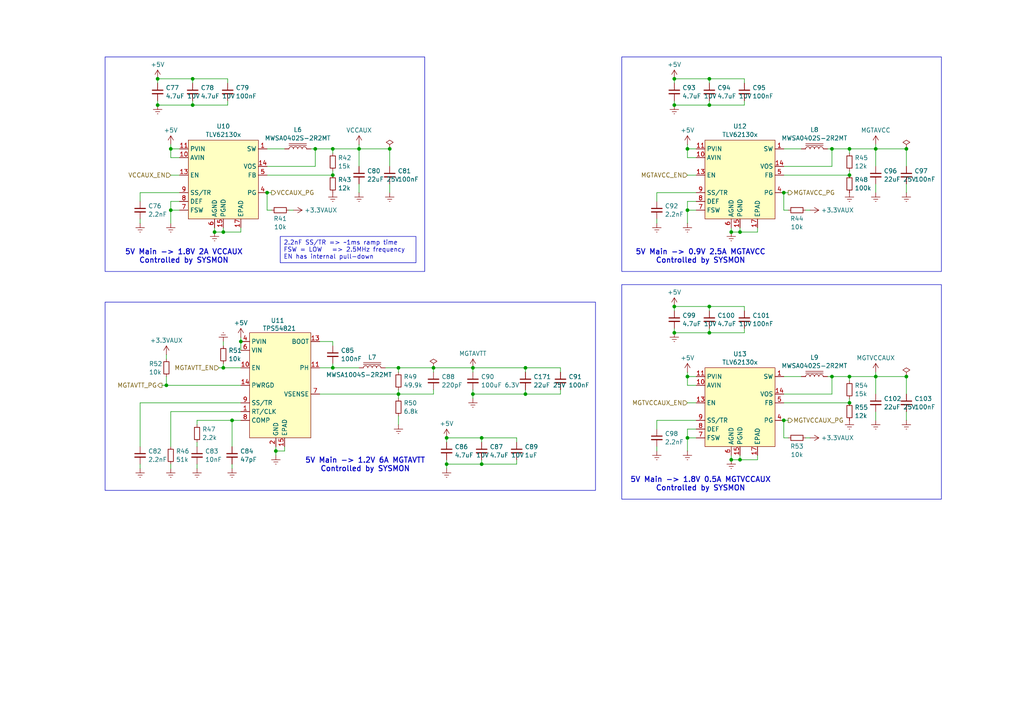
<source format=kicad_sch>
(kicad_sch (version 20231120) (generator "eeschema") (generator_version "8.0")
  (paper "A4")
  (title_block (title "Power FPGA (VCCAUX & GTY)"))
  (lib_symbols
    (symbol "CHIPSAlliance_Power:Earth" (power) (pin_names (offset 0))
      (symbol "Earth_0_1"
        (polyline (pts (xy -0.635 -1.905) (xy 0.635 -1.905)))
        (polyline (pts (xy -0.127 -2.54) (xy 0.127 -2.54)))
        (polyline (pts (xy 0 -1.27) (xy 0 0)))
        (polyline (pts (xy 1.27 -1.27) (xy -1.27 -1.27)))
      )
      (symbol "Earth_1_1"
        (pin power_in line (at 0 0 270) (length 0) hide (name "Earth") (number "1"))
      )
    )
    (symbol "CHIPSAlliance_Power:PWR_FLAG" (power) (pin_numbers hide) (pin_names (offset 0) hide)
      (property "Value" "PWR_FLAG" (at 0 3.81 0))
      (symbol "PWR_FLAG_0_0"
        (pin power_out line (at 0 0 90) (length 0) (name "pwr") (number "1"))
      )
      (symbol "PWR_FLAG_0_1"
        (polyline (pts (xy 0 0) (xy 0 1.27) (xy -1.016 1.905) (xy 0 2.54) (xy 1.016 1.905) (xy 0 1.27)))
      )
    )
    (symbol "CHIPSAlliance_Regulator_Switching:TLV62130x"
      (property "Reference" "U" (at 0 13.97 0))
      (property "Value" "TLV62130x" (at 0 11.43 0))
      (symbol "TLV62130x_0_0"
        (pin output line (at 12.7 7.62 180) (length 2.54) (name "SW") (number "1"))
        (pin power_in line (at -12.7 5.08 0) (length 2.54) (name "AVIN") (number "10"))
        (pin power_in line (at -12.7 7.62 0) (length 2.54) (name "PVIN") (number "11"))
        (pin passive line (at -12.7 7.62 0) (length 2.54) hide (name "PVIN") (number "12"))
        (pin input line (at -12.7 0 0) (length 2.54) (name "EN") (number "13"))
        (pin input line (at 12.7 2.54 180) (length 2.54) (name "VOS") (number "14"))
        (pin power_in line (at 0 -15.24 90) (length 2.54) (name "PGND") (number "15"))
        (pin passive line (at 0 -15.24 90) (length 2.54) hide (name "PGND") (number "16"))
        (pin power_in line (at 5.08 -15.24 90) (length 2.54) (name "EPAD") (number "17"))
        (pin passive line (at 12.7 7.62 180) (length 2.54) hide (name "SW") (number "2"))
        (pin passive line (at 12.7 7.62 180) (length 2.54) hide (name "SW") (number "3"))
        (pin open_collector line (at 12.7 -5.08 180) (length 2.54) (name "PG") (number "4"))
        (pin input line (at 12.7 0 180) (length 2.54) (name "FB") (number "5"))
        (pin power_in line (at -2.54 -15.24 90) (length 2.54) (name "AGND") (number "6"))
        (pin input line (at -12.7 -10.16 0) (length 2.54) (name "FSW") (number "7"))
        (pin input line (at -12.7 -7.62 0) (length 2.54) (name "DEF") (number "8"))
        (pin input line (at -12.7 -5.08 0) (length 2.54) (name "SS/TR") (number "9"))
      )
      (symbol "TLV62130x_1_1"
        (rectangle (start -10.16 10.16) (end 10.16 -12.7) (fill (type background)))
      )
    )
    (symbol "CHIPSAlliance_Regulator_Switching:TPS54821"
      (property "Reference" "U" (at -5.08 16.51 0))
      (property "Value" "TPS54821" (at 5.715 16.51 0))
      (symbol "TPS54821_0_0"
        (pin passive line (at -10.16 -7.62 0) (length 2.54) (name "RT/CLK") (number "1"))
        (pin input line (at -10.16 5.08 0) (length 2.54) (name "EN") (number "10"))
        (pin power_out line (at 12.7 5.08 180) (length 2.54) (name "PH") (number "11"))
        (pin passive line (at 12.7 12.7 180) (length 2.54) (name "BOOT") (number "13"))
        (pin open_collector line (at -10.16 0 0) (length 2.54) (name "PWRGD") (number "14"))
        (pin power_in line (at 2.54 -17.78 90) (length 2.54) (name "EPAD") (number "15"))
        (pin power_in line (at 0 -17.78 90) (length 2.54) (name "GND") (number "2"))
        (pin power_in line (at -10.16 12.7 0) (length 2.54) (name "PVIN") (number "4"))
        (pin power_in line (at -10.16 10.16 0) (length 2.54) (name "VIN") (number "6"))
        (pin input line (at 12.7 -2.54 180) (length 2.54) (name "VSENSE") (number "7"))
        (pin passive line (at -10.16 -10.16 0) (length 2.54) (name "COMP") (number "8"))
        (pin passive line (at -10.16 -5.08 0) (length 2.54) (name "SS/TR") (number "9"))
      )
      (symbol "TPS54821_1_0"
        (pin passive line (at 12.7 5.08 180) (length 2.54) hide (name "PH") (number "12"))
        (pin passive line (at 0 -17.78 90) (length 2.54) hide (name "GND") (number "3"))
        (pin passive line (at -10.16 12.7 0) (length 2.54) hide (name "PVIN") (number "5"))
      )
      (symbol "TPS54821_1_1"
        (rectangle (start -7.62 15.24) (end 10.16 -15.24) (fill (type background)))
      )
    )
    (symbol "Device:C_Small" (pin_numbers hide) (pin_names (offset 0.254) hide)
      (property "Reference" "C" (at 0.254 1.778 0))
      (property "Value" "C_Small" (at 0.254 -2.032 0))
      (symbol "C_Small_0_1"
        (polyline (pts (xy -1.524 -0.508) (xy 1.524 -0.508)) (stroke (width 0.3302)))
        (polyline (pts (xy -1.524 0.508) (xy 1.524 0.508)) (stroke (width 0.3048)))
      )
      (symbol "C_Small_1_1"
        (pin passive line (at 0 2.54 270) (length 2.032) (name "~") (number "1"))
        (pin passive line (at 0 -2.54 90) (length 2.032) (name "~") (number "2"))
      )
    )
    (symbol "Device:L_Iron" (pin_numbers hide) (pin_names (offset 1.016) hide)
      (property "Reference" "L" (at -1.27 0 90))
      (property "Value" "L_Iron" (at 2.794 0 90))
      (symbol "L_Iron_0_1"
        (arc (start 0 -2.54) (mid 0.6323 -1.905) (end 0 -1.27))
        (arc (start 0 -1.27) (mid 0.6323 -0.635) (end 0 0))
        (polyline (pts (xy 1.016 2.54) (xy 1.016 -2.54)))
        (polyline (pts (xy 1.524 -2.54) (xy 1.524 2.54)))
        (arc (start 0 0) (mid 0.6323 0.635) (end 0 1.27))
        (arc (start 0 1.27) (mid 0.6323 1.905) (end 0 2.54))
      )
      (symbol "L_Iron_1_1"
        (pin passive line (at 0 3.81 270) (length 1.27) (name "1") (number "1"))
        (pin passive line (at 0 -3.81 90) (length 1.27) (name "2") (number "2"))
      )
    )
    (symbol "Device:R_Small" (pin_numbers hide) (pin_names (offset 0.254) hide)
      (property "Reference" "R" (at 0.762 0.508 0))
      (property "Value" "R_Small" (at 0.762 -1.016 0))
      (symbol "R_Small_0_1"
        (rectangle (start -0.762 1.778) (end 0.762 -1.778) (stroke (width 0.2032)))
      )
      (symbol "R_Small_1_1"
        (pin passive line (at 0 2.54 270) (length 0.762) (name "~") (number "1"))
        (pin passive line (at 0 -2.54 90) (length 0.762) (name "~") (number "2"))
      )
    )
    (symbol "power:+12V" (power) (pin_numbers hide) (pin_names (offset 0) hide)
      (property "Value" "+12V" (at 0 3.556 0))
      (symbol "+12V_0_1"
        (polyline (pts (xy -0.762 1.27) (xy 0 2.54)))
        (polyline (pts (xy 0 0) (xy 0 2.54)))
        (polyline (pts (xy 0 2.54) (xy 0.762 1.27)))
      )
      (symbol "+12V_1_1"
        (pin power_in line (at 0 0 90) (length 0) (name "~") (number "1"))
      )
    )
    (symbol "power:+5V" (power) (pin_numbers hide) (pin_names (offset 0) hide)
      (property "Value" "+5V" (at 0 3.556 0))
      (symbol "+5V_0_1"
        (polyline (pts (xy -0.762 1.27) (xy 0 2.54)))
        (polyline (pts (xy 0 0) (xy 0 2.54)))
        (polyline (pts (xy 0 2.54) (xy 0.762 1.27)))
      )
      (symbol "+5V_1_1"
        (pin power_in line (at 0 0 90) (length 0) (name "~") (number "1"))
      )
    )
    (symbol "power:Earth" (power) (pin_numbers hide) (pin_names (offset 0) hide)
      (property "Value" "Earth" (at 0 -3.81 0))
      (symbol "Earth_0_1"
        (polyline (pts (xy -0.635 -1.905) (xy 0.635 -1.905)))
        (polyline (pts (xy -0.127 -2.54) (xy 0.127 -2.54)))
        (polyline (pts (xy 0 -1.27) (xy 0 0)))
        (polyline (pts (xy 1.27 -1.27) (xy -1.27 -1.27)))
      )
      (symbol "Earth_1_1"
        (pin power_in line (at 0 0 270) (length 0) (name "~") (number "1"))
      )
    )
  )
  (junction (at 241.3 109.22))
  (junction (at 246.38 50.8))
  (junction (at 129.54 134.62))
  (junction (at 262.89 43.18))
  (junction (at 49.53 43.18))
  (junction (at 96.52 50.8))
  (junction (at 227.33 121.92))
  (junction (at 195.58 96.52))
  (junction (at 96.52 106.68))
  (junction (at 241.3 43.18))
  (junction (at 205.74 96.52))
  (junction (at 139.7 134.62))
  (junction (at 45.72 30.48))
  (junction (at 91.44 43.18))
  (junction (at 195.58 88.9))
  (junction (at 205.74 88.9))
  (junction (at 205.74 22.86))
  (junction (at 55.88 22.86))
  (junction (at 49.53 60.96))
  (junction (at 77.47 55.88))
  (junction (at 227.33 55.88))
  (junction (at 137.16 114.3))
  (junction (at 115.57 106.68))
  (junction (at 152.4 106.68))
  (junction (at 199.39 109.22))
  (junction (at 48.26 111.76))
  (junction (at 45.72 22.86))
  (junction (at 212.09 133.35))
  (junction (at 104.14 43.18))
  (junction (at 195.58 30.48))
  (junction (at 199.39 60.96))
  (junction (at 125.73 106.68))
  (junction (at 205.74 30.48))
  (junction (at 69.85 99.06))
  (junction (at 152.4 114.3))
  (junction (at 139.7 127))
  (junction (at 137.16 106.68))
  (junction (at 96.52 43.18))
  (junction (at 199.39 127))
  (junction (at 115.57 114.3))
  (junction (at 246.38 116.84))
  (junction (at 254 109.22))
  (junction (at 80.01 130.81))
  (junction (at 55.88 30.48))
  (junction (at 199.39 43.18))
  (junction (at 214.63 133.35))
  (junction (at 246.38 43.18))
  (junction (at 212.09 67.31))
  (junction (at 262.89 109.22))
  (junction (at 113.03 43.18))
  (junction (at 214.63 67.31))
  (junction (at 64.77 67.31))
  (junction (at 195.58 22.86))
  (junction (at 67.31 121.92))
  (junction (at 129.54 127))
  (junction (at 64.77 106.68))
  (junction (at 62.23 67.31))
  (junction (at 254 43.18))
  (junction (at 246.38 109.22))
  (wire (pts (xy 66.04 22.86) (xy 55.88 22.86)))
  (wire (pts (xy 77.47 50.8) (xy 96.52 50.8)))
  (wire (pts (xy 115.57 114.3) (xy 115.57 115.57)))
  (wire (pts (xy 190.5 63.5) (xy 190.5 64.77)))
  (wire (pts (xy 83.82 60.96) (xy 85.09 60.96)))
  (wire (pts (xy 149.86 134.62) (xy 139.7 134.62)))
  (wire (pts (xy 227.33 48.26) (xy 241.3 48.26)))
  (wire (pts (xy 262.89 43.18) (xy 254 43.18)))
  (wire (pts (xy 92.71 114.3) (xy 115.57 114.3)))
  (wire (pts (xy 241.3 109.22) (xy 246.38 109.22)))
  (wire (pts (xy 62.23 66.04) (xy 62.23 67.31)))
  (wire (pts (xy 190.5 121.92) (xy 201.93 121.92)))
  (wire (pts (xy 215.9 95.25) (xy 215.9 96.52)))
  (wire (pts (xy 113.03 48.26) (xy 113.03 43.18)))
  (wire (pts (xy 190.5 124.46) (xy 190.5 121.92)))
  (wire (pts (xy 205.74 88.9) (xy 195.58 88.9)))
  (wire (pts (xy 49.53 43.18) (xy 49.53 41.91)))
  (wire (pts (xy 190.5 55.88) (xy 201.93 55.88)))
  (wire (pts (xy 64.77 66.04) (xy 64.77 67.31)))
  (wire (pts (xy 69.85 101.6) (xy 69.85 99.06)))
  (wire (pts (xy 48.26 109.22) (xy 48.26 111.76)))
  (wire (pts (xy 115.57 113.03) (xy 115.57 114.3)))
  (wire (pts (xy 67.31 134.62) (xy 67.31 135.89)))
  (wire (pts (xy 49.53 135.89) (xy 49.53 134.62)))
  (wire (pts (xy 92.71 106.68) (xy 96.52 106.68)))
  (wire (pts (xy 40.64 63.5) (xy 40.64 64.77)))
  (wire (pts (xy 80.01 129.54) (xy 80.01 130.81)))
  (wire (pts (xy 111.76 106.68) (xy 115.57 106.68)))
  (wire (pts (xy 55.88 30.48) (xy 66.04 30.48)))
  (wire (pts (xy 96.52 99.06) (xy 96.52 100.33)))
  (wire (pts (xy 91.44 48.26) (xy 91.44 43.18)))
  (wire (pts (xy 227.33 43.18) (xy 232.41 43.18)))
  (wire (pts (xy 77.47 60.96) (xy 78.74 60.96)))
  (wire (pts (xy 139.7 133.35) (xy 139.7 134.62)))
  (wire (pts (xy 137.16 114.3) (xy 137.16 115.57)))
  (wire (pts (xy 254 53.34) (xy 254 55.88)))
  (wire (pts (xy 214.63 132.08) (xy 214.63 133.35)))
  (wire (pts (xy 215.9 90.17) (xy 215.9 88.9)))
  (wire (pts (xy 139.7 127) (xy 129.54 127)))
  (wire (pts (xy 40.64 58.42) (xy 40.64 55.88)))
  (wire (pts (xy 199.39 109.22) (xy 199.39 107.95)))
  (wire (pts (xy 227.33 109.22) (xy 232.41 109.22)))
  (wire (pts (xy 77.47 55.88) (xy 77.47 60.96)))
  (wire (pts (xy 152.4 114.3) (xy 162.56 114.3)))
  (wire (pts (xy 227.33 50.8) (xy 246.38 50.8)))
  (wire (pts (xy 246.38 109.22) (xy 246.38 110.49)))
  (wire (pts (xy 125.73 113.03) (xy 125.73 114.3)))
  (wire (pts (xy 227.33 116.84) (xy 246.38 116.84)))
  (wire (pts (xy 57.15 134.62) (xy 57.15 135.89)))
  (wire (pts (xy 233.68 60.96) (xy 234.95 60.96)))
  (wire (pts (xy 199.39 127) (xy 199.39 124.46)))
  (wire (pts (xy 40.64 135.89) (xy 40.64 134.62)))
  (wire (pts (xy 241.3 114.3) (xy 241.3 109.22)))
  (wire (pts (xy 67.31 129.54) (xy 67.31 121.92)))
  (wire (pts (xy 55.88 29.21) (xy 55.88 30.48)))
  (wire (pts (xy 205.74 22.86) (xy 205.74 24.13)))
  (wire (pts (xy 125.73 107.95) (xy 125.73 106.68)))
  (wire (pts (xy 125.73 106.68) (xy 115.57 106.68)))
  (wire (pts (xy 91.44 43.18) (xy 90.17 43.18)))
  (wire (pts (xy 195.58 95.25) (xy 195.58 96.52)))
  (wire (pts (xy 91.44 43.18) (xy 96.52 43.18)))
  (wire (pts (xy 215.9 22.86) (xy 205.74 22.86)))
  (wire (pts (xy 219.71 66.04) (xy 219.71 67.31)))
  (wire (pts (xy 104.14 43.18) (xy 104.14 48.26)))
  (wire (pts (xy 77.47 43.18) (xy 82.55 43.18)))
  (wire (pts (xy 241.3 43.18) (xy 240.03 43.18)))
  (wire (pts (xy 199.39 45.72) (xy 199.39 43.18)))
  (wire (pts (xy 199.39 58.42) (xy 201.93 58.42)))
  (wire (pts (xy 190.5 129.54) (xy 190.5 130.81)))
  (wire (pts (xy 195.58 88.9) (xy 195.58 90.17)))
  (wire (pts (xy 96.52 105.41) (xy 96.52 106.68)))
  (wire (pts (xy 49.53 119.38) (xy 49.53 129.54)))
  (wire (pts (xy 246.38 43.18) (xy 246.38 44.45)))
  (wire (pts (xy 227.33 127) (xy 228.6 127)))
  (wire (pts (xy 63.5 106.68) (xy 64.77 106.68)))
  (wire (pts (xy 57.15 128.27) (xy 57.15 129.54)))
  (wire (pts (xy 129.54 133.35) (xy 129.54 134.62)))
  (wire (pts (xy 227.33 55.88) (xy 227.33 60.96)))
  (wire (pts (xy 137.16 106.68) (xy 125.73 106.68)))
  (wire (pts (xy 254 107.95) (xy 254 109.22)))
  (wire (pts (xy 227.33 60.96) (xy 228.6 60.96)))
  (wire (pts (xy 199.39 64.77) (xy 199.39 60.96)))
  (wire (pts (xy 201.93 45.72) (xy 199.39 45.72)))
  (wire (pts (xy 199.39 60.96) (xy 201.93 60.96)))
  (wire (pts (xy 241.3 43.18) (xy 246.38 43.18)))
  (wire (pts (xy 199.39 50.8) (xy 201.93 50.8)))
  (wire (pts (xy 205.74 95.25) (xy 205.74 96.52)))
  (wire (pts (xy 40.64 55.88) (xy 52.07 55.88)))
  (wire (pts (xy 69.85 106.68) (xy 64.77 106.68)))
  (wire (pts (xy 137.16 107.95) (xy 137.16 106.68)))
  (wire (pts (xy 254 109.22) (xy 254 114.3)))
  (wire (pts (xy 152.4 107.95) (xy 152.4 106.68)))
  (wire (pts (xy 152.4 106.68) (xy 162.56 106.68)))
  (wire (pts (xy 40.64 129.54) (xy 40.64 116.84)))
  (wire (pts (xy 48.26 111.76) (xy 69.85 111.76)))
  (wire (pts (xy 40.64 116.84) (xy 69.85 116.84)))
  (wire (pts (xy 46.99 111.76) (xy 48.26 111.76)))
  (wire (pts (xy 195.58 30.48) (xy 205.74 30.48)))
  (wire (pts (xy 49.53 58.42) (xy 52.07 58.42)))
  (wire (pts (xy 254 43.18) (xy 246.38 43.18)))
  (wire (pts (xy 64.77 99.06) (xy 64.77 100.33)))
  (wire (pts (xy 139.7 127) (xy 139.7 128.27)))
  (wire (pts (xy 69.85 66.04) (xy 69.85 67.31)))
  (wire (pts (xy 104.14 41.91) (xy 104.14 43.18)))
  (wire (pts (xy 199.39 130.81) (xy 199.39 127)))
  (wire (pts (xy 199.39 109.22) (xy 201.93 109.22)))
  (wire (pts (xy 246.38 49.53) (xy 246.38 50.8)))
  (wire (pts (xy 96.52 106.68) (xy 104.14 106.68)))
  (wire (pts (xy 52.07 45.72) (xy 49.53 45.72)))
  (wire (pts (xy 55.88 22.86) (xy 55.88 24.13)))
  (wire (pts (xy 227.33 121.92) (xy 228.6 121.92)))
  (wire (pts (xy 49.53 60.96) (xy 52.07 60.96)))
  (wire (pts (xy 254 43.18) (xy 254 48.26)))
  (wire (pts (xy 227.33 55.88) (xy 228.6 55.88)))
  (wire (pts (xy 149.86 127) (xy 139.7 127)))
  (wire (pts (xy 152.4 114.3) (xy 137.16 114.3)))
  (wire (pts (xy 49.53 64.77) (xy 49.53 60.96)))
  (wire (pts (xy 214.63 66.04) (xy 214.63 67.31)))
  (wire (pts (xy 215.9 29.21) (xy 215.9 30.48)))
  (wire (pts (xy 262.89 109.22) (xy 254 109.22)))
  (wire (pts (xy 199.39 111.76) (xy 199.39 109.22)))
  (wire (pts (xy 215.9 24.13) (xy 215.9 22.86)))
  (wire (pts (xy 49.53 50.8) (xy 52.07 50.8)))
  (wire (pts (xy 104.14 43.18) (xy 96.52 43.18)))
  (wire (pts (xy 45.72 30.48) (xy 55.88 30.48)))
  (wire (pts (xy 227.33 121.92) (xy 227.33 127)))
  (wire (pts (xy 195.58 96.52) (xy 205.74 96.52)))
  (wire (pts (xy 45.72 22.86) (xy 45.72 24.13)))
  (wire (pts (xy 205.74 88.9) (xy 205.74 90.17)))
  (wire (pts (xy 212.09 132.08) (xy 212.09 133.35)))
  (wire (pts (xy 215.9 88.9) (xy 205.74 88.9)))
  (wire (pts (xy 199.39 124.46) (xy 201.93 124.46)))
  (wire (pts (xy 214.63 67.31) (xy 212.09 67.31)))
  (wire (pts (xy 113.03 53.34) (xy 113.03 55.88)))
  (wire (pts (xy 201.93 111.76) (xy 199.39 111.76)))
  (wire (pts (xy 49.53 60.96) (xy 49.53 58.42)))
  (wire (pts (xy 205.74 22.86) (xy 195.58 22.86)))
  (wire (pts (xy 262.89 53.34) (xy 262.89 55.88)))
  (wire (pts (xy 66.04 29.21) (xy 66.04 30.48)))
  (wire (pts (xy 214.63 133.35) (xy 212.09 133.35)))
  (wire (pts (xy 64.77 106.68) (xy 64.77 105.41)))
  (wire (pts (xy 254 41.91) (xy 254 43.18)))
  (wire (pts (xy 67.31 121.92) (xy 69.85 121.92)))
  (wire (pts (xy 205.74 30.48) (xy 215.9 30.48)))
  (wire (pts (xy 113.03 43.18) (xy 104.14 43.18)))
  (wire (pts (xy 92.71 99.06) (xy 96.52 99.06)))
  (wire (pts (xy 64.77 67.31) (xy 62.23 67.31)))
  (wire (pts (xy 49.53 119.38) (xy 69.85 119.38)))
  (wire (pts (xy 152.4 106.68) (xy 137.16 106.68)))
  (wire (pts (xy 57.15 121.92) (xy 67.31 121.92)))
  (wire (pts (xy 45.72 29.21) (xy 45.72 30.48)))
  (wire (pts (xy 82.55 129.54) (xy 82.55 130.81)))
  (wire (pts (xy 57.15 123.19) (xy 57.15 121.92)))
  (wire (pts (xy 149.86 128.27) (xy 149.86 127)))
  (wire (pts (xy 69.85 97.79) (xy 69.85 99.06)))
  (wire (pts (xy 205.74 96.52) (xy 215.9 96.52)))
  (wire (pts (xy 262.89 119.38) (xy 262.89 121.92)))
  (wire (pts (xy 82.55 130.81) (xy 80.01 130.81)))
  (wire (pts (xy 66.04 24.13) (xy 66.04 22.86)))
  (wire (pts (xy 96.52 49.53) (xy 96.52 50.8)))
  (wire (pts (xy 246.38 115.57) (xy 246.38 116.84)))
  (wire (pts (xy 262.89 48.26) (xy 262.89 43.18)))
  (wire (pts (xy 49.53 45.72) (xy 49.53 43.18)))
  (wire (pts (xy 254 119.38) (xy 254 121.92)))
  (wire (pts (xy 219.71 133.35) (xy 214.63 133.35)))
  (wire (pts (xy 115.57 120.65) (xy 115.57 123.19)))
  (wire (pts (xy 199.39 43.18) (xy 201.93 43.18)))
  (wire (pts (xy 55.88 22.86) (xy 45.72 22.86)))
  (wire (pts (xy 227.33 114.3) (xy 241.3 114.3)))
  (wire (pts (xy 199.39 127) (xy 201.93 127)))
  (wire (pts (xy 195.58 22.86) (xy 195.58 24.13)))
  (wire (pts (xy 149.86 133.35) (xy 149.86 134.62)))
  (wire (pts (xy 77.47 48.26) (xy 91.44 48.26)))
  (wire (pts (xy 254 109.22) (xy 246.38 109.22)))
  (wire (pts (xy 219.71 67.31) (xy 214.63 67.31)))
  (wire (pts (xy 125.73 114.3) (xy 115.57 114.3)))
  (wire (pts (xy 48.26 102.87) (xy 48.26 104.14)))
  (wire (pts (xy 233.68 127) (xy 234.95 127)))
  (wire (pts (xy 152.4 113.03) (xy 152.4 114.3)))
  (wire (pts (xy 104.14 53.34) (xy 104.14 55.88)))
  (wire (pts (xy 137.16 113.03) (xy 137.16 114.3)))
  (wire (pts (xy 80.01 130.81) (xy 80.01 132.08)))
  (wire (pts (xy 262.89 114.3) (xy 262.89 109.22)))
  (wire (pts (xy 190.5 58.42) (xy 190.5 55.88)))
  (wire (pts (xy 241.3 48.26) (xy 241.3 43.18)))
  (wire (pts (xy 205.74 29.21) (xy 205.74 30.48)))
  (wire (pts (xy 69.85 67.31) (xy 64.77 67.31)))
  (wire (pts (xy 162.56 107.95) (xy 162.56 106.68)))
  (wire (pts (xy 212.09 66.04) (xy 212.09 67.31)))
  (wire (pts (xy 96.52 43.18) (xy 96.52 44.45)))
  (wire (pts (xy 77.47 55.88) (xy 78.74 55.88)))
  (wire (pts (xy 162.56 113.03) (xy 162.56 114.3)))
  (wire (pts (xy 49.53 43.18) (xy 52.07 43.18)))
  (wire (pts (xy 219.71 132.08) (xy 219.71 133.35)))
  (wire (pts (xy 199.39 60.96) (xy 199.39 58.42)))
  (wire (pts (xy 115.57 106.68) (xy 115.57 107.95)))
  (wire (pts (xy 195.58 29.21) (xy 195.58 30.48)))
  (wire (pts (xy 241.3 109.22) (xy 240.03 109.22)))
  (wire (pts (xy 199.39 116.84) (xy 201.93 116.84)))
  (wire (pts (xy 139.7 134.62) (xy 129.54 134.62)))
  (wire (pts (xy 129.54 134.62) (xy 129.54 135.89)))
  (wire (pts (xy 199.39 43.18) (xy 199.39 41.91)))
  (wire (pts (xy 129.54 128.27) (xy 129.54 127)))
  (rectangle (start 180.34 82.55) (end 273.05 144.78))
  (rectangle (start 180.34 16.51) (end 273.05 78.74))
  (rectangle (start 30.48 87.63) (end 172.72 142.24))
  (rectangle (start 30.48 16.51) (end 123.19 78.74))
  (text_box "2.2nF SS/TR => ~1ms ramp time\nFSW = LOW   => 2.5MHz frequency\nEN has internal pull-down" (at 81.28 68.58 0) (size 39.37 7.62) (effects (font (size 1.27 1.27)) (justify left top)))
  (text "5V Main -> 1.8V 2A VCCAUX\nControlled by SYSMON" (at 53.34 74.422 0) (effects (font (size 1.524 1.524) (thickness 0.254) (bold yes))))
  (text "5V Main -> 0.9V 2.5A MGTAVCC\nControlled by SYSMON" (at 203.2 74.422 0) (effects (font (size 1.524 1.524) (thickness 0.254) (bold yes))))
  (text "5V Main -> 1.2V 6A MGTAVTT\nControlled by SYSMON" (at 105.918 134.874 0) (effects (font (size 1.524 1.524) (thickness 0.254) (bold yes))))
  (text "5V Main -> 1.8V 0.5A MGTVCCAUX\nControlled by SYSMON" (at 203.2 140.462 0) (effects (font (size 1.524 1.524) (thickness 0.254) (bold yes))))
  (hierarchical_label "VCCAUX_PG" (shape output) (at 78.74 55.88 0))
  (hierarchical_label "MGTAVCC_PG" (shape output) (at 228.6 55.88 0))
  (hierarchical_label "MGTVCCAUX_PG" (shape output) (at 228.6 121.92 0))
  (hierarchical_label "MGTAVCC_EN" (shape input) (at 199.39 50.8 180))
  (hierarchical_label "MGTAVTT_PG" (shape output) (at 46.99 111.76 180))
  (hierarchical_label "MGTVCCAUX_EN" (shape input) (at 199.39 116.84 180))
  (hierarchical_label "VCCAUX_EN" (shape input) (at 49.53 50.8 180))
  (hierarchical_label "MGTAVTT_EN" (shape input) (at 63.5 106.68 180))
  (symbol (lib_id "CHIPSAlliance_Power:Earth") (at 40.64 135.89 0) (unit 1)
    (property "Reference" "#PWR0107" (effects (hide yes)))
    (property "Value" "Earth" (effects (hide yes)))
    (property "Description" "Power symbol creates a global label with name \"Earth\"" (effects (hide yes)))
  )
  (symbol (lib_id "Device:C_Small") (at 254 50.8 0) (unit 1)
    (property "Reference" "C96" (at 256.3241 49.5941 0) (effects (justify left)))
    (property "Value" "22uF 25V" (at 256.3241 52.0184 0) (effects (justify left)))
    (property "Footprint" "Capacitor_SMD:C_1206_3216Metric" (effects (hide yes)))
    (property "Description" "Unpolarized capacitor, small symbol" (effects (hide yes)))
  )
  (symbol (lib_id "CHIPSAlliance_Regulator_Switching:TLV62130x") (at 214.63 116.84 0) (unit 1)
    (property "Reference" "U13" (at 214.63 102.6625 0))
    (property "Value" "TLV62130x" (at 214.63 105.0868 0))
    (property "Footprint" "CHIPSAlliance_Package_DFN_QFN:Texas_RGT0016C_VQFN-16-1EP_3x3mm_P0.5mm_EP1.68x1.68mm" (effects (hide yes)))
    (property "Datasheet" "https://www.ti.com/lit/gpn/TLV62130" (effects (hide yes)))
    (property "Description" "3-17V 3A Step-Down Converter in 3x3 QFN Package" (effects (hide yes)))
  )
  (symbol (lib_id "Device:R_Small") (at 96.52 53.34 0) (unit 1)
    (property "Reference" "R43" (at 98.0186 52.1278 0) (effects (justify left)))
    (property "Value" "12k" (at 98.0186 54.5521 0) (effects (justify left)))
    (property "Footprint" "Resistor_SMD:R_0402_1005Metric" (effects (hide yes)))
    (property "Description" "Resistor, small symbol" (effects (hide yes)))
  )
  (symbol (lib_id "power:+5V") (at 69.85 97.79 0) (unit 1)
    (property "Reference" "#PWR0112" (effects (hide yes)))
    (property "Value" "+5V" (at 69.85 93.6569 0))
    (property "Description" "Power symbol creates a global label with name \"+5V\"" (effects (hide yes)))
  )
  (symbol (lib_id "Device:C_Small") (at 139.7 130.81 0) (unit 1)
    (property "Reference" "C87" (at 142.0241 129.6041 0) (effects (justify left)))
    (property "Value" "4.7uF 10V" (at 142.0241 132.0284 0) (effects (justify left)))
    (property "Footprint" "Capacitor_SMD:C_0402_1005Metric" (effects (hide yes)))
    (property "Description" "Unpolarized capacitor, small symbol" (effects (hide yes)))
  )
  (symbol (lib_id "Device:C_Small") (at 45.72 26.67 0) (unit 1)
    (property "Reference" "C77" (at 48.0441 25.4641 0) (effects (justify left)))
    (property "Value" "4.7uF 10V" (at 48.0441 27.8884 0) (effects (justify left)))
    (property "Footprint" "Capacitor_SMD:C_0402_1005Metric" (effects (hide yes)))
    (property "Description" "Unpolarized capacitor, small symbol" (effects (hide yes)))
  )
  (symbol (lib_id "Device:C_Small") (at 152.4 110.49 0) (unit 1)
    (property "Reference" "C171" (at 154.7241 109.2841 0) (effects (justify left)))
    (property "Value" "22uF 25V" (at 154.7241 111.7084 0) (effects (justify left)))
    (property "Footprint" "Capacitor_SMD:C_1206_3216Metric" (effects (hide yes)))
    (property "Description" "Unpolarized capacitor, small symbol" (effects (hide yes)))
  )
  (symbol (lib_id "CHIPSAlliance_Regulator_Switching:TPS54821") (at 80.01 111.76 0) (unit 1)
    (property "Reference" "U11" (at 80.518 92.964 0))
    (property "Value" "TPS54821" (at 81.026 95.25 0))
    (property "Footprint" "Package_DFN_QFN:Texas_VQFN-RHL-20" (effects (hide yes)))
    (property "Datasheet" "https://www.ti.com/lit/ds/symlink/tps54821.pdf" (effects (hide yes)))
    (property "Description" "4.5-V to 17-V, 8-A synchronous buck converter with hiccup current limit" (effects (hide yes)))
    (property "LCSC Part" "C57461" (effects (hide yes)))
  )
  (symbol (lib_id "Device:R_Small") (at 96.52 46.99 180) (unit 1)
    (property "Reference" "R42" (at 98.0186 45.7778 0) (effects (justify right)))
    (property "Value" "15k" (at 98.0186 48.2021 0) (effects (justify right)))
    (property "Footprint" "Resistor_SMD:R_0402_1005Metric" (effects (hide yes)))
    (property "Description" "Resistor, small symbol" (effects (hide yes)))
  )
  (symbol (lib_id "power:+5V") (at 199.39 41.91 0) (unit 1)
    (property "Reference" "#PWR0123" (effects (hide yes)))
    (property "Value" "+5V" (at 199.39 37.7769 0))
    (property "Description" "Power symbol creates a global label with name \"+5V\"" (effects (hide yes)))
  )
  (symbol (lib_id "Device:C_Small") (at 66.04 26.67 0) (unit 1)
    (property "Reference" "C79" (at 68.3641 25.4641 0) (effects (justify left)))
    (property "Value" "100nF" (at 68.3641 27.8884 0) (effects (justify left)))
    (property "Footprint" "Capacitor_SMD:C_0402_1005Metric" (effects (hide yes)))
    (property "Description" "Unpolarized capacitor, small symbol" (effects (hide yes)))
  )
  (symbol (lib_id "Device:L_Iron") (at 236.22 43.18 90) (unit 1)
    (property "Reference" "L8" (at 236.22 37.6385 90))
    (property "Value" "MWSA0402S-2R2MT" (at 236.22 40.0628 90))
    (property "Footprint" "Inductor_SMD:L_Sunlord_MWSA0402S" (effects (hide yes)))
    (property "Description" "2.2uH 4.5A" (effects (hide yes)))
    (property "LCSC Part" "C408335" (effects (hide yes)))
  )
  (symbol (lib_id "CHIPSAlliance_Power:Earth") (at 80.01 132.08 0) (unit 1)
    (property "Reference" "#PWR0115" (effects (hide yes)))
    (property "Value" "Earth" (effects (hide yes)))
    (property "Description" "Power symbol creates a global label with name \"Earth\"" (effects (hide yes)))
  )
  (symbol (lib_id "CHIPSAlliance_Power:PWR_FLAG") (at 125.73 106.68 0) (unit 1)
    (property "Reference" "#FLG07" (effects (hide yes)))
    (property "Value" "PWR_FLAG" (effects (hide yes)))
    (property "Description" "Special symbol for telling ERC where power comes from" (effects (hide yes)))
  )
  (symbol (lib_id "power:Earth") (at 40.64 64.77 0) (unit 1)
    (property "Reference" "#PWR097" (effects (hide yes)))
    (property "Value" "Earth" (effects (hide yes)))
    (property "Description" "Power symbol creates a global label with name \"Earth\"" (effects (hide yes)))
  )
  (symbol (lib_id "Device:R_Small") (at 81.28 60.96 270) (unit 1)
    (property "Reference" "R41" (at 81.28 63.4167 90))
    (property "Value" "10k" (at 81.28 65.841 90))
    (property "Footprint" "Resistor_SMD:R_0402_1005Metric" (effects (hide yes)))
    (property "Description" "Resistor, small symbol" (effects (hide yes)))
  )
  (symbol (lib_id "power:Earth") (at 49.53 64.77 0) (unit 1)
    (property "Reference" "#PWR099" (effects (hide yes)))
    (property "Value" "Earth" (effects (hide yes)))
    (property "Description" "Power symbol creates a global label with name \"Earth\"" (effects (hide yes)))
  )
  (symbol (lib_id "Device:C_Small") (at 40.64 60.96 0) (unit 1)
    (property "Reference" "C76" (at 42.9641 59.7541 0) (effects (justify left)))
    (property "Value" "2.2nF" (at 42.9641 62.1784 0) (effects (justify left)))
    (property "Footprint" "Capacitor_SMD:C_0402_1005Metric" (effects (hide yes)))
    (property "Description" "Unpolarized capacitor, small symbol" (effects (hide yes)))
  )
  (symbol (lib_id "power:+5V") (at 45.72 22.86 0) (unit 1)
    (property "Reference" "#PWR0101" (effects (hide yes)))
    (property "Value" "+5V" (at 45.72 18.7269 0))
    (property "Description" "Power symbol creates a global label with name \"+5V\"" (effects (hide yes)))
  )
  (symbol (lib_id "Device:C_Small") (at 195.58 92.71 0) (unit 1)
    (property "Reference" "C99" (at 197.9041 91.5041 0) (effects (justify left)))
    (property "Value" "4.7uF 10V" (at 197.9041 93.9284 0) (effects (justify left)))
    (property "Footprint" "Capacitor_SMD:C_0402_1005Metric" (effects (hide yes)))
    (property "Description" "Unpolarized capacitor, small symbol" (effects (hide yes)))
  )
  (symbol (lib_id "Device:R_Small") (at 48.26 106.68 180) (unit 1)
    (property "Reference" "R52" (at 43.18 105.5257 0) (effects (justify right)))
    (property "Value" "10k" (at 43.18 107.95 0) (effects (justify right)))
    (property "Footprint" "Resistor_SMD:R_0402_1005Metric" (effects (hide yes)))
    (property "Description" "Resistor, small symbol" (effects (hide yes)))
  )
  (symbol (lib_id "power:Earth") (at 190.5 64.77 0) (unit 1)
    (property "Reference" "#PWR0114" (effects (hide yes)))
    (property "Value" "Earth" (effects (hide yes)))
    (property "Description" "Power symbol creates a global label with name \"Earth\"" (effects (hide yes)))
  )
  (symbol (lib_id "CHIPSAlliance_Power:PWR_FLAG") (at 262.89 109.22 0) (unit 1)
    (property "Reference" "#FLG09" (effects (hide yes)))
    (property "Value" "PWR_FLAG" (effects (hide yes)))
    (property "Description" "Special symbol for telling ERC where power comes from" (effects (hide yes)))
  )
  (symbol (lib_id "Device:C_Small") (at 205.74 26.67 0) (unit 1)
    (property "Reference" "C94" (at 208.0641 25.4641 0) (effects (justify left)))
    (property "Value" "4.7uF 10V" (at 208.0641 27.8884 0) (effects (justify left)))
    (property "Footprint" "Capacitor_SMD:C_0402_1005Metric" (effects (hide yes)))
    (property "Description" "Unpolarized capacitor, small symbol" (effects (hide yes)))
  )
  (symbol (lib_id "power:Earth") (at 62.23 67.31 0) (unit 1)
    (property "Reference" "#PWR098" (effects (hide yes)))
    (property "Value" "Earth" (effects (hide yes)))
    (property "Description" "Power symbol creates a global label with name \"Earth\"" (effects (hide yes)))
  )
  (symbol (lib_id "Device:R_Small") (at 246.38 113.03 180) (unit 1)
    (property "Reference" "R54" (at 247.8786 111.8178 0) (effects (justify right)))
    (property "Value" "15k" (at 247.8786 114.2421 0) (effects (justify right)))
    (property "Footprint" "Resistor_SMD:R_0402_1005Metric" (effects (hide yes)))
    (property "Description" "Resistor, small symbol" (effects (hide yes)))
  )
  (symbol (lib_id "CHIPSAlliance_Power:PWR_FLAG") (at 113.03 43.18 0) (unit 1)
    (property "Reference" "#FLG06" (effects (hide yes)))
    (property "Value" "PWR_FLAG" (effects (hide yes)))
    (property "Description" "Special symbol for telling ERC where power comes from" (effects (hide yes)))
  )
  (symbol (lib_id "power:Earth") (at 212.09 133.35 0) (unit 1)
    (property "Reference" "#PWR0136" (effects (hide yes)))
    (property "Value" "Earth" (effects (hide yes)))
    (property "Description" "Power symbol creates a global label with name \"Earth\"" (effects (hide yes)))
  )
  (symbol (lib_id "power:Earth") (at 254 55.88 0) (unit 1)
    (property "Reference" "#PWR0129" (effects (hide yes)))
    (property "Value" "Earth" (effects (hide yes)))
    (property "Description" "Power symbol creates a global label with name \"Earth\"" (effects (hide yes)))
  )
  (symbol (lib_id "power:+12V") (at 48.26 102.87 0) (unit 1)
    (property "Reference" "#PWR0121" (effects (hide yes)))
    (property "Value" "+3.3VAUX" (at 48.26 98.7369 0))
    (property "Description" "Power symbol creates a global label with name \"+3.3VAUX\"" (effects (hide yes)))
  )
  (symbol (lib_id "CHIPSAlliance_Power:PWR_FLAG") (at 262.89 43.18 0) (unit 1)
    (property "Reference" "#FLG08" (effects (hide yes)))
    (property "Value" "PWR_FLAG" (effects (hide yes)))
    (property "Description" "Special symbol for telling ERC where power comes from" (effects (hide yes)))
  )
  (symbol (lib_id "Device:R_Small") (at 246.38 119.38 0) (unit 1)
    (property "Reference" "R55" (at 247.8786 118.1678 0) (effects (justify left)))
    (property "Value" "12k" (at 247.8786 120.5921 0) (effects (justify left)))
    (property "Footprint" "Resistor_SMD:R_0402_1005Metric" (effects (hide yes)))
    (property "Description" "Resistor, small symbol" (effects (hide yes)))
  )
  (symbol (lib_id "Device:C_Small") (at 67.31 132.08 0) (unit 1)
    (property "Reference" "C84" (at 69.6341 130.8741 0) (effects (justify left)))
    (property "Value" "47pF" (at 69.6341 133.2984 0) (effects (justify left)))
    (property "Footprint" "Capacitor_SMD:C_0402_1005Metric" (effects (hide yes)))
    (property "Description" "Unpolarized capacitor, small symbol" (effects (hide yes)))
  )
  (symbol (lib_id "Device:C_Small") (at 125.73 110.49 0) (unit 1)
    (property "Reference" "C88" (at 128.0541 109.2841 0) (effects (justify left)))
    (property "Value" "220pF" (at 128.0541 111.7084 0) (effects (justify left)))
    (property "Footprint" "Capacitor_SMD:C_0402_1005Metric" (effects (hide yes)))
    (property "Description" "Unpolarized capacitor, small symbol" (effects (hide yes)))
  )
  (symbol (lib_id "power:Earth") (at 45.72 30.48 0) (unit 1)
    (property "Reference" "#PWR0102" (effects (hide yes)))
    (property "Value" "Earth" (effects (hide yes)))
    (property "Description" "Power symbol creates a global label with name \"Earth\"" (effects (hide yes)))
  )
  (symbol (lib_id "Device:R_Small") (at 64.77 102.87 180) (unit 1)
    (property "Reference" "R51" (at 66.2686 101.6578 0) (effects (justify right)))
    (property "Value" "10k" (at 66.2686 104.0821 0) (effects (justify right)))
    (property "Footprint" "Resistor_SMD:R_0402_1005Metric" (effects (hide yes)))
    (property "Description" "Resistor, small symbol" (effects (hide yes)))
  )
  (symbol (lib_id "Device:C_Small") (at 57.15 132.08 0) (unit 1)
    (property "Reference" "C83" (at 59.4741 130.8741 0) (effects (justify left)))
    (property "Value" "10nF" (at 59.4741 133.2984 0) (effects (justify left)))
    (property "Footprint" "Capacitor_SMD:C_0402_1005Metric" (effects (hide yes)))
    (property "Description" "Unpolarized capacitor, small symbol" (effects (hide yes)))
  )
  (symbol (lib_id "Device:R_Small") (at 246.38 46.99 0) (unit 1)
    (property "Reference" "R45" (at 247.8786 45.7778 0) (effects (justify left)))
    (property "Value" "12k" (at 247.8786 48.2021 0) (effects (justify left)))
    (property "Footprint" "Resistor_SMD:R_0402_1005Metric" (effects (hide yes)))
    (property "Description" "Resistor, small symbol" (effects (hide yes)))
  )
  (symbol (lib_id "Device:C_Small") (at 262.89 50.8 0) (unit 1)
    (property "Reference" "C97" (at 265.2141 49.5941 0) (effects (justify left)))
    (property "Value" "100nF" (at 265.2141 52.0184 0) (effects (justify left)))
    (property "Footprint" "Capacitor_SMD:C_0402_1005Metric" (effects (hide yes)))
    (property "Description" "Unpolarized capacitor, small symbol" (effects (hide yes)))
  )
  (symbol (lib_id "Device:C_Small") (at 190.5 127 0) (unit 1)
    (property "Reference" "C98" (at 192.8241 125.7941 0) (effects (justify left)))
    (property "Value" "2.2nF" (at 192.8241 128.2184 0) (effects (justify left)))
    (property "Footprint" "Capacitor_SMD:C_0402_1005Metric" (effects (hide yes)))
    (property "Description" "Unpolarized capacitor, small symbol" (effects (hide yes)))
  )
  (symbol (lib_id "CHIPSAlliance_Power:Earth") (at 67.31 135.89 0) (unit 1)
    (property "Reference" "#PWR0113" (effects (hide yes)))
    (property "Value" "Earth" (effects (hide yes)))
    (property "Description" "Power symbol creates a global label with name \"Earth\"" (effects (hide yes)))
  )
  (symbol (lib_id "CHIPSAlliance_Regulator_Switching:TLV62130x") (at 64.77 50.8 0) (unit 1)
    (property "Reference" "U10" (at 64.77 36.6225 0))
    (property "Value" "TLV62130x" (at 64.77 39.0468 0))
    (property "Footprint" "CHIPSAlliance_Package_DFN_QFN:Texas_RGT0016C_VQFN-16-1EP_3x3mm_P0.5mm_EP1.68x1.68mm" (effects (hide yes)))
    (property "Datasheet" "https://www.ti.com/lit/gpn/TLV62130" (effects (hide yes)))
    (property "Description" "3-17V 3A Step-Down Converter in 3x3 QFN Package" (effects (hide yes)))
  )
  (symbol (lib_id "power:+5V") (at 254 41.91 0) (unit 1)
    (property "Reference" "#PWR0128" (effects (hide yes)))
    (property "Value" "MGTAVCC" (at 254 37.7769 0))
    (property "Description" "Power symbol creates a global label with \"MGTAVCC\"" (effects (hide yes)))
  )
  (symbol (lib_id "power:+12V") (at 85.09 60.96 270) (unit 1)
    (property "Reference" "#PWR0100" (effects (hide yes)))
    (property "Value" "+3.3VAUX" (at 88.265 60.96 90) (effects (justify left)))
    (property "Description" "Power symbol creates a global label with name \"+3.3VAUX\"" (effects (hide yes)))
  )
  (symbol (lib_id "Device:R_Small") (at 246.38 53.34 0) (unit 1)
    (property "Reference" "R48" (at 247.8786 52.1278 0) (effects (justify left)))
    (property "Value" "100k" (at 247.8786 54.5521 0) (effects (justify left)))
    (property "Footprint" "Resistor_SMD:R_0402_1005Metric" (effects (hide yes)))
    (property "Description" "Resistor, small symbol" (effects (hide yes)))
  )
  (symbol (lib_id "power:Earth") (at 212.09 67.31 0) (unit 1)
    (property "Reference" "#PWR0125" (effects (hide yes)))
    (property "Value" "Earth" (effects (hide yes)))
    (property "Description" "Power symbol creates a global label with name \"Earth\"" (effects (hide yes)))
  )
  (symbol (lib_id "CHIPSAlliance_Power:Earth") (at 137.16 115.57 0) (unit 1)
    (property "Reference" "#PWR0119" (effects (hide yes)))
    (property "Value" "Earth" (effects (hide yes)))
    (property "Description" "Power symbol creates a global label with name \"Earth\"" (effects (hide yes)))
  )
  (symbol (lib_id "Device:C_Small") (at 195.58 26.67 0) (unit 1)
    (property "Reference" "C93" (at 197.9041 25.4641 0) (effects (justify left)))
    (property "Value" "4.7uF 10V" (at 197.9041 27.8884 0) (effects (justify left)))
    (property "Footprint" "Capacitor_SMD:C_0402_1005Metric" (effects (hide yes)))
    (property "Description" "Unpolarized capacitor, small symbol" (effects (hide yes)))
  )
  (symbol (lib_id "power:Earth") (at 262.89 55.88 0) (unit 1)
    (property "Reference" "#PWR0130" (effects (hide yes)))
    (property "Value" "Earth" (effects (hide yes)))
    (property "Description" "Power symbol creates a global label with name \"Earth\"" (effects (hide yes)))
  )
  (symbol (lib_id "power:+12V") (at 234.95 127 270) (unit 1)
    (property "Reference" "#PWR0137" (effects (hide yes)))
    (property "Value" "+3.3VAUX" (at 238.125 127 90) (effects (justify left)))
    (property "Description" "Power symbol creates a global label with name \"+3.3VAUX\"" (effects (hide yes)))
  )
  (symbol (lib_id "Device:R_Small") (at 115.57 110.49 180) (unit 1)
    (property "Reference" "R49" (at 117.0686 109.2778 0) (effects (justify right)))
    (property "Value" "49.9k" (at 117.0686 111.7021 0) (effects (justify right)))
    (property "Footprint" "Resistor_SMD:R_0402_1005Metric" (effects (hide yes)))
    (property "Description" "Resistor, small symbol" (effects (hide yes)))
  )
  (symbol (lib_id "power:Earth") (at 199.39 130.81 0) (unit 1)
    (property "Reference" "#PWR0135" (effects (hide yes)))
    (property "Value" "Earth" (effects (hide yes)))
    (property "Description" "Power symbol creates a global label with name \"Earth\"" (effects (hide yes)))
  )
  (symbol (lib_id "Device:C_Small") (at 215.9 92.71 0) (unit 1)
    (property "Reference" "C101" (at 218.2241 91.5041 0) (effects (justify left)))
    (property "Value" "100nF" (at 218.2241 93.9284 0) (effects (justify left)))
    (property "Footprint" "Capacitor_SMD:C_0402_1005Metric" (effects (hide yes)))
    (property "Description" "Unpolarized capacitor, small symbol" (effects (hide yes)))
  )
  (symbol (lib_id "power:+5V") (at 104.14 41.91 0) (unit 1)
    (property "Reference" "#PWR0103" (effects (hide yes)))
    (property "Value" "VCCAUX" (at 104.14 37.7769 0))
    (property "Description" "Power symbol creates a global label with \"VCCAUX\"" (effects (hide yes)))
  )
  (symbol (lib_id "power:Earth") (at 199.39 64.77 0) (unit 1)
    (property "Reference" "#PWR0124" (effects (hide yes)))
    (property "Value" "Earth" (effects (hide yes)))
    (property "Description" "Power symbol creates a global label with name \"Earth\"" (effects (hide yes)))
  )
  (symbol (lib_id "Device:C_Small") (at 262.89 116.84 0) (unit 1)
    (property "Reference" "C103" (at 265.2141 115.6341 0) (effects (justify left)))
    (property "Value" "100nF" (at 265.2141 118.0584 0) (effects (justify left)))
    (property "Footprint" "Capacitor_SMD:C_0402_1005Metric" (effects (hide yes)))
    (property "Description" "Unpolarized capacitor, small symbol" (effects (hide yes)))
  )
  (symbol (lib_id "Device:C_Small") (at 254 116.84 0) (unit 1)
    (property "Reference" "C102" (at 256.3241 115.6341 0) (effects (justify left)))
    (property "Value" "22uF 25V" (at 256.3241 118.0584 0) (effects (justify left)))
    (property "Footprint" "Capacitor_SMD:C_1206_3216Metric" (effects (hide yes)))
    (property "Description" "Unpolarized capacitor, small symbol" (effects (hide yes)))
  )
  (symbol (lib_id "CHIPSAlliance_Power:Earth") (at 49.53 135.89 0) (unit 1)
    (property "Reference" "#PWR0110" (effects (hide yes)))
    (property "Value" "Earth" (effects (hide yes)))
    (property "Description" "Power symbol creates a global label with name \"Earth\"" (effects (hide yes)))
  )
  (symbol (lib_id "CHIPSAlliance_Power:Earth") (at 57.15 135.89 0) (unit 1)
    (property "Reference" "#PWR0111" (effects (hide yes)))
    (property "Value" "Earth" (effects (hide yes)))
    (property "Description" "Power symbol creates a global label with name \"Earth\"" (effects (hide yes)))
  )
  (symbol (lib_id "power:Earth") (at 195.58 96.52 0) (unit 1)
    (property "Reference" "#PWR0133" (effects (hide yes)))
    (property "Value" "Earth" (effects (hide yes)))
    (property "Description" "Power symbol creates a global label with name \"Earth\"" (effects (hide yes)))
  )
  (symbol (lib_id "power:Earth") (at 195.58 30.48 0) (unit 1)
    (property "Reference" "#PWR0122" (effects (hide yes)))
    (property "Value" "Earth" (effects (hide yes)))
    (property "Description" "Power symbol creates a global label with name \"Earth\"" (effects (hide yes)))
  )
  (symbol (lib_id "Device:C_Small") (at 215.9 26.67 0) (unit 1)
    (property "Reference" "C95" (at 218.2241 25.4641 0) (effects (justify left)))
    (property "Value" "100nF" (at 218.2241 27.8884 0) (effects (justify left)))
    (property "Footprint" "Capacitor_SMD:C_0402_1005Metric" (effects (hide yes)))
    (property "Description" "Unpolarized capacitor, small symbol" (effects (hide yes)))
  )
  (symbol (lib_id "power:+12V") (at 234.95 60.96 270) (unit 1)
    (property "Reference" "#PWR0126" (effects (hide yes)))
    (property "Value" "+3.3VAUX" (at 238.125 60.96 90) (effects (justify left)))
    (property "Description" "Power symbol creates a global label with name \"+3.3VAUX\"" (effects (hide yes)))
  )
  (symbol (lib_id "power:+12V") (at 137.16 106.68 0) (unit 1)
    (property "Reference" "#PWR0108" (effects (hide yes)))
    (property "Value" "MGTAVTT" (at 137.16 102.5469 0))
    (property "Description" "Power symbol creates a global label with name \"MGTAVTT\"" (effects (hide yes)))
  )
  (symbol (lib_id "Device:C_Small") (at 96.52 102.87 0) (unit 1)
    (property "Reference" "C85" (at 98.8441 101.6641 0) (effects (justify left)))
    (property "Value" "100nF" (at 98.8441 104.0884 0) (effects (justify left)))
    (property "Footprint" "Capacitor_SMD:C_0402_1005Metric" (effects (hide yes)))
    (property "Description" "Unpolarized capacitor, small symbol" (effects (hide yes)))
  )
  (symbol (lib_id "Device:C_Small") (at 40.64 132.08 0) (unit 1)
    (property "Reference" "C82" (at 42.9641 130.8741 0) (effects (justify left)))
    (property "Value" "2.2nF" (at 42.9641 133.2984 0) (effects (justify left)))
    (property "Footprint" "Capacitor_SMD:C_0402_1005Metric" (effects (hide yes)))
    (property "Description" "Unpolarized capacitor, small symbol" (effects (hide yes)))
  )
  (symbol (lib_id "power:+5V") (at 254 107.95 0) (unit 1)
    (property "Reference" "#PWR0139" (effects (hide yes)))
    (property "Value" "MGTVCCAUX" (at 254 103.8169 0))
    (property "Description" "Power symbol creates a global label with \"MGTVCCAUX\"" (effects (hide yes)))
  )
  (symbol (lib_id "CHIPSAlliance_Power:Earth") (at 64.77 99.06 180) (unit 1)
    (property "Reference" "#PWR0120" (effects (hide yes)))
    (property "Value" "Earth" (effects (hide yes)))
    (property "Description" "Power symbol creates a global label with name \"Earth\"" (effects (hide yes)))
  )
  (symbol (lib_id "power:+5V") (at 195.58 88.9 0) (unit 1)
    (property "Reference" "#PWR0132" (effects (hide yes)))
    (property "Value" "+5V" (at 195.58 84.7669 0))
    (property "Description" "Power symbol creates a global label with name \"+5V\"" (effects (hide yes)))
  )
  (symbol (lib_id "Device:R_Small") (at 49.53 132.08 180) (unit 1)
    (property "Reference" "R46" (at 51.0286 130.8678 0) (effects (justify right)))
    (property "Value" "51k" (at 51.0286 133.2921 0) (effects (justify right)))
    (property "Footprint" "Resistor_SMD:R_0402_1005Metric" (effects (hide yes)))
    (property "Description" "Resistor, small symbol" (effects (hide yes)))
  )
  (symbol (lib_id "power:+5V") (at 49.53 41.91 0) (unit 1)
    (property "Reference" "#PWR096" (effects (hide yes)))
    (property "Value" "+5V" (at 49.53 37.7769 0))
    (property "Description" "Power symbol creates a global label with name \"+5V\"" (effects (hide yes)))
  )
  (symbol (lib_id "Device:R_Small") (at 115.57 118.11 180) (unit 1)
    (property "Reference" "R50" (at 117.0686 116.8978 0) (effects (justify right)))
    (property "Value" "6.8k" (at 117.0686 119.3221 0) (effects (justify right)))
    (property "Footprint" "Resistor_SMD:R_0402_1005Metric" (effects (hide yes)))
    (property "Description" "Resistor, small symbol" (effects (hide yes)))
  )
  (symbol (lib_id "Device:C_Small") (at 113.03 50.8 0) (unit 1)
    (property "Reference" "C81" (at 115.3541 49.5941 0) (effects (justify left)))
    (property "Value" "100nF" (at 115.3541 52.0184 0) (effects (justify left)))
    (property "Footprint" "Capacitor_SMD:C_0402_1005Metric" (effects (hide yes)))
    (property "Description" "Unpolarized capacitor, small symbol" (effects (hide yes)))
  )
  (symbol (lib_id "Device:C_Small") (at 104.14 50.8 0) (unit 1)
    (property "Reference" "C80" (at 106.4641 49.5941 0) (effects (justify left)))
    (property "Value" "22uF 25V" (at 106.4641 52.0184 0) (effects (justify left)))
    (property "Footprint" "Capacitor_SMD:C_1206_3216Metric" (effects (hide yes)))
    (property "Description" "Unpolarized capacitor, small symbol" (effects (hide yes)))
  )
  (symbol (lib_id "power:Earth") (at 96.52 55.88 0) (unit 1)
    (property "Reference" "#PWR0104" (effects (hide yes)))
    (property "Value" "Earth" (effects (hide yes)))
    (property "Description" "Power symbol creates a global label with name \"Earth\"" (effects (hide yes)))
  )
  (symbol (lib_id "power:Earth") (at 246.38 55.88 0) (unit 1)
    (property "Reference" "#PWR0127" (effects (hide yes)))
    (property "Value" "Earth" (effects (hide yes)))
    (property "Description" "Power symbol creates a global label with name \"Earth\"" (effects (hide yes)))
  )
  (symbol (lib_id "power:Earth") (at 113.03 55.88 0) (unit 1)
    (property "Reference" "#PWR0106" (effects (hide yes)))
    (property "Value" "Earth" (effects (hide yes)))
    (property "Description" "Power symbol creates a global label with name \"Earth\"" (effects (hide yes)))
  )
  (symbol (lib_id "power:Earth") (at 254 121.92 0) (unit 1)
    (property "Reference" "#PWR0140" (effects (hide yes)))
    (property "Value" "Earth" (effects (hide yes)))
    (property "Description" "Power symbol creates a global label with name \"Earth\"" (effects (hide yes)))
  )
  (symbol (lib_id "power:Earth") (at 262.89 121.92 0) (unit 1)
    (property "Reference" "#PWR0141" (effects (hide yes)))
    (property "Value" "Earth" (effects (hide yes)))
    (property "Description" "Power symbol creates a global label with name \"Earth\"" (effects (hide yes)))
  )
  (symbol (lib_id "Device:C_Small") (at 190.5 60.96 0) (unit 1)
    (property "Reference" "C92" (at 192.8241 59.7541 0) (effects (justify left)))
    (property "Value" "2.2nF" (at 192.8241 62.1784 0) (effects (justify left)))
    (property "Footprint" "Capacitor_SMD:C_0402_1005Metric" (effects (hide yes)))
    (property "Description" "Unpolarized capacitor, small symbol" (effects (hide yes)))
  )
  (symbol (lib_id "Device:C_Small") (at 162.56 110.49 0) (unit 1)
    (property "Reference" "C91" (at 164.8841 109.2841 0) (effects (justify left)))
    (property "Value" "100nF" (at 164.8841 111.7084 0) (effects (justify left)))
    (property "Footprint" "Capacitor_SMD:C_0402_1005Metric" (effects (hide yes)))
    (property "Description" "Unpolarized capacitor, small symbol" (effects (hide yes)))
  )
  (symbol (lib_id "Device:C_Small") (at 205.74 92.71 0) (unit 1)
    (property "Reference" "C100" (at 208.0641 91.5041 0) (effects (justify left)))
    (property "Value" "4.7uF 10V" (at 208.0641 93.9284 0) (effects (justify left)))
    (property "Footprint" "Capacitor_SMD:C_0402_1005Metric" (effects (hide yes)))
    (property "Description" "Unpolarized capacitor, small symbol" (effects (hide yes)))
  )
  (symbol (lib_id "Device:L_Iron") (at 86.36 43.18 90) (unit 1)
    (property "Reference" "L6" (at 86.36 37.6385 90))
    (property "Value" "MWSA0402S-2R2MT" (at 86.36 40.0628 90))
    (property "Footprint" "Inductor_SMD:L_Sunlord_MWSA0402S" (effects (hide yes)))
    (property "Description" "2.2uH 4.5A" (effects (hide yes)))
    (property "LCSC Part" "C408335" (effects (hide yes)))
  )
  (symbol (lib_id "CHIPSAlliance_Power:Earth") (at 129.54 135.89 0) (unit 1)
    (property "Reference" "#PWR0117" (effects (hide yes)))
    (property "Value" "Earth" (effects (hide yes)))
    (property "Description" "Power symbol creates a global label with name \"Earth\"" (effects (hide yes)))
  )
  (symbol (lib_id "Device:C_Small") (at 149.86 130.81 0) (unit 1)
    (property "Reference" "C89" (at 152.1841 129.6041 0) (effects (justify left)))
    (property "Value" "1uF" (at 152.1841 132.0284 0) (effects (justify left)))
    (property "Footprint" "Capacitor_SMD:C_0402_1005Metric" (effects (hide yes)))
    (property "Description" "Unpolarized capacitor, small symbol" (effects (hide yes)))
  )
  (symbol (lib_id "power:+5V") (at 199.39 107.95 0) (unit 1)
    (property "Reference" "#PWR0134" (effects (hide yes)))
    (property "Value" "+5V" (at 199.39 103.8169 0))
    (property "Description" "Power symbol creates a global label with name \"+5V\"" (effects (hide yes)))
  )
  (symbol (lib_id "power:Earth") (at 246.38 121.92 0) (unit 1)
    (property "Reference" "#PWR0138" (effects (hide yes)))
    (property "Value" "Earth" (effects (hide yes)))
    (property "Description" "Power symbol creates a global label with name \"Earth\"" (effects (hide yes)))
  )
  (symbol (lib_id "CHIPSAlliance_Power:Earth") (at 115.57 123.19 0) (unit 1)
    (property "Reference" "#PWR0118" (effects (hide yes)))
    (property "Value" "Earth" (effects (hide yes)))
    (property "Description" "Power symbol creates a global label with name \"Earth\"" (effects (hide yes)))
  )
  (symbol (lib_id "CHIPSAlliance_Regulator_Switching:TLV62130x") (at 214.63 50.8 0) (unit 1)
    (property "Reference" "U12" (at 214.63 36.6225 0))
    (property "Value" "TLV62130x" (at 214.63 39.0468 0))
    (property "Footprint" "CHIPSAlliance_Package_DFN_QFN:Texas_RGT0016C_VQFN-16-1EP_3x3mm_P0.5mm_EP1.68x1.68mm" (effects (hide yes)))
    (property "Datasheet" "https://www.ti.com/lit/gpn/TLV62130" (effects (hide yes)))
    (property "Description" "3-17V 3A Step-Down Converter in 3x3 QFN Package" (effects (hide yes)))
  )
  (symbol (lib_id "Device:C_Small") (at 129.54 130.81 0) (unit 1)
    (property "Reference" "C86" (at 131.8641 129.6041 0) (effects (justify left)))
    (property "Value" "4.7uF 10V" (at 131.8641 132.0284 0) (effects (justify left)))
    (property "Footprint" "Capacitor_SMD:C_0402_1005Metric" (effects (hide yes)))
    (property "Description" "Unpolarized capacitor, small symbol" (effects (hide yes)))
  )
  (symbol (lib_id "power:Earth") (at 190.5 130.81 0) (unit 1)
    (property "Reference" "#PWR0131" (effects (hide yes)))
    (property "Value" "Earth" (effects (hide yes)))
    (property "Description" "Power symbol creates a global label with name \"Earth\"" (effects (hide yes)))
  )
  (symbol (lib_id "Device:R_Small") (at 57.15 125.73 180) (unit 1)
    (property "Reference" "R47" (at 58.6486 124.5178 0) (effects (justify right)))
    (property "Value" "2.2k" (at 58.6486 126.9421 0) (effects (justify right)))
    (property "Footprint" "Resistor_SMD:R_0402_1005Metric" (effects (hide yes)))
    (property "Description" "Resistor, small symbol" (effects (hide yes)))
  )
  (symbol (lib_id "Device:C_Small") (at 55.88 26.67 0) (unit 1)
    (property "Reference" "C78" (at 58.2041 25.4641 0) (effects (justify left)))
    (property "Value" "4.7uF 10V" (at 58.2041 27.8884 0) (effects (justify left)))
    (property "Footprint" "Capacitor_SMD:C_0402_1005Metric" (effects (hide yes)))
    (property "Description" "Unpolarized capacitor, small symbol" (effects (hide yes)))
  )
  (symbol (lib_id "Device:C_Small") (at 137.16 110.49 0) (unit 1)
    (property "Reference" "C90" (at 139.4841 109.2841 0) (effects (justify left)))
    (property "Value" "100uF 6.3V" (at 139.4841 111.7084 0) (effects (justify left)))
    (property "Footprint" "Capacitor_SMD:C_1206_3216Metric" (effects (hide yes)))
    (property "Description" "Unpolarized capacitor, small symbol" (effects (hide yes)))
  )
  (symbol (lib_id "power:+5V") (at 195.58 22.86 0) (unit 1)
    (property "Reference" "#PWR0116" (effects (hide yes)))
    (property "Value" "+5V" (at 195.58 18.7269 0))
    (property "Description" "Power symbol creates a global label with name \"+5V\"" (effects (hide yes)))
  )
  (symbol (lib_id "Device:R_Small") (at 231.14 60.96 270) (unit 1)
    (property "Reference" "R44" (at 231.14 63.4167 90))
    (property "Value" "10k" (at 231.14 65.841 90))
    (property "Footprint" "Resistor_SMD:R_0402_1005Metric" (effects (hide yes)))
    (property "Description" "Resistor, small symbol" (effects (hide yes)))
  )
  (symbol (lib_id "power:+5V") (at 129.54 127 0) (unit 1)
    (property "Reference" "#PWR0109" (effects (hide yes)))
    (property "Value" "+5V" (at 129.54 122.8669 0))
    (property "Description" "Power symbol creates a global label with name \"+5V\"" (effects (hide yes)))
  )
  (symbol (lib_id "Device:R_Small") (at 231.14 127 270) (unit 1)
    (property "Reference" "R53" (at 231.14 129.4567 90))
    (property "Value" "10k" (at 231.14 131.881 90))
    (property "Footprint" "Resistor_SMD:R_0402_1005Metric" (effects (hide yes)))
    (property "Description" "Resistor, small symbol" (effects (hide yes)))
  )
  (symbol (lib_id "power:Earth") (at 104.14 55.88 0) (unit 1)
    (property "Reference" "#PWR0105" (effects (hide yes)))
    (property "Value" "Earth" (effects (hide yes)))
    (property "Description" "Power symbol creates a global label with name \"Earth\"" (effects (hide yes)))
  )
  (symbol (lib_id "Device:L_Iron") (at 236.22 109.22 90) (unit 1)
    (property "Reference" "L9" (at 236.22 103.6785 90))
    (property "Value" "MWSA0402S-2R2MT" (at 236.22 106.1028 90))
    (property "Footprint" "Inductor_SMD:L_Sunlord_MWSA0402S" (effects (hide yes)))
    (property "Description" "2.2uH 4.5A" (effects (hide yes)))
    (property "LCSC Part" "C408335" (effects (hide yes)))
  )
  (symbol (lib_id "Device:L_Iron") (at 107.95 106.68 90) (unit 1)
    (property "Reference" "L7" (at 107.95 103.632 90))
    (property "Value" "MWSA1004S-2R2MT" (at 104.14 108.712 90))
    (property "Footprint" "Inductor_SMD:L_Sunlord_MWSA1004S" (effects (hide yes)))
    (property "Datasheet" "https://atta.szlcsc.com/upload/public/pdf/source/20231024/D9DB0CBBB5804BFBC9233D4A02F4216A.pdf" (effects (hide yes)))
    (property "Description" "Inductor with iron core" (effects (hide yes)))
    (property "LCSC Part" "C408482" (effects (hide yes)))
  )
)
</source>
